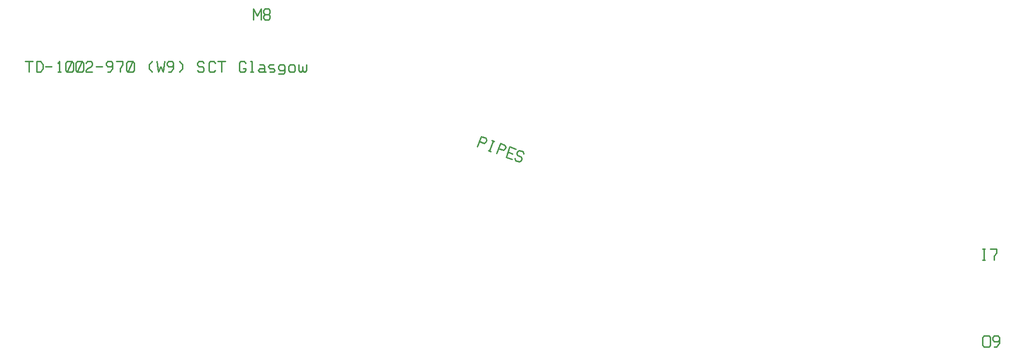
<source format=gbr>
*
G4_C Author: OrCAD GerbTool(tm) 8.1.1 Thu Jun 19 01:00:05 2003*
%LPD*%
%LNsilkscreen*%
%FSLAX34Y34*%
%MOIN*%
%AD*%
%AMD25R98*
20,1,0.025000,0.000000,-0.035000,0.000000,0.035000,98.600000*
%
%AMD10R98*
20,1,0.050000,-0.025000,0.000000,0.025000,0.000000,98.600000*
%
%AMD25R98N2*
20,1,0.025000,0.000000,-0.035000,0.000000,0.035000,98.600000*
%
%AMD10R98N2*
20,1,0.050000,-0.025000,0.000000,0.025000,0.000000,98.600000*
%
%AMD25R86*
20,1,0.025000,0.000000,-0.035000,0.000000,0.035000,86.080000*
%
%AMD10R86*
20,1,0.050000,-0.025000,0.000000,0.025000,0.000000,86.080000*
%
%AMD16R5*
20,1,0.025000,-0.035000,0.000000,0.035000,0.000000,5.450000*
%
%AMD10R5*
20,1,0.050000,-0.025000,0.000000,0.025000,0.000000,5.450000*
%
%AMD16R5N2*
20,1,0.025000,-0.035000,0.000000,0.035000,0.000000,5.450000*
%
%AMD10R5N2*
20,1,0.050000,-0.025000,0.000000,0.025000,0.000000,5.450000*
%
%AMD32R3*
20,1,0.025000,0.034920,-0.002390,-0.034920,0.002390,3.950000*
%
%AMD33R3*
20,1,0.050000,-0.001710,-0.024940,0.001710,0.024940,3.950000*
%
%AMD32R3N2*
20,1,0.025000,0.034920,-0.002390,-0.034920,0.002390,3.910000*
%
%AMD33R3N2*
20,1,0.050000,-0.001710,-0.024940,0.001710,0.024940,3.910000*
%
%AMD32R3N3*
20,1,0.025000,0.034920,-0.002390,-0.034920,0.002390,3.920000*
%
%AMD33R3N3*
20,1,0.050000,-0.001710,-0.024940,0.001710,0.024940,3.920000*
%
%AMD29R85*
20,1,0.022000,0.000000,-0.040000,0.000000,0.040000,85.000000*
%
%AMD54R85*
20,1,0.050000,-0.025000,0.000000,0.025000,0.000000,85.000000*
%
%AMD29R92*
20,1,0.022000,0.000000,-0.040000,0.000000,0.040000,92.400000*
%
%AMD54R92*
20,1,0.050000,-0.025000,0.000000,0.025000,0.000000,92.400000*
%
%AMD29R91*
20,1,0.022000,0.000000,-0.040000,0.000000,0.040000,91.300000*
%
%AMD54R91*
20,1,0.050000,-0.025000,0.000000,0.025000,0.000000,91.300000*
%
%ADD10R,0.050000X0.050000*%
%ADD11C,0.006000*%
%ADD12C,0.019000*%
%ADD13C,0.007900*%
%ADD14C,0.005000*%
%ADD15C,0.000800*%
%ADD16R,0.070000X0.025000*%
%ADD17R,0.068000X0.023000*%
%ADD18C,0.006000*%
%ADD19C,0.009800*%
%ADD20C,0.010000*%
%ADD21C,0.030000*%
%ADD22C,0.060000*%
%ADD23C,0.035000*%
%ADD24C,0.055000*%
%ADD25R,0.025000X0.070000*%
%ADD26C,0.010000*%
%ADD27R,0.029000X0.058000*%
%ADD28R,0.031000X0.060000*%
%ADD29R,0.022000X0.080000*%
%ADD30R,0.024000X0.082000*%
%ADD31D10R98N2*%
%ADD32D25R86*%
%ADD33D10R86*%
%ADD34D16R5*%
%ADD35D10R5*%
%ADD36D16R5N2*%
%ADD37D10R5N2*%
%ADD38D25R98N2*%
%ADD39D10R98N2*%
%ADD40D25R86*%
%ADD41D10R86*%
%ADD42D16R5*%
%ADD43D10R5*%
%ADD44D16R5N2*%
%ADD45D10R5N2*%
%ADD46D32R3*%
%ADD47D33R3*%
%ADD48R,0.070000X0.025000*%
%ADD49D33R3N2*%
%ADD50C,0.011000*%
%ADD51C,0.036000*%
%ADD52C,0.015000*%
%ADD53R,0.070000X0.025000*%
%ADD54R,0.050000X0.050000*%
%ADD55C,0.010000*%
%ADD56C,0.010000*%
%ADD57D29R85*%
%ADD58D54R85*%
%ADD59D29R92*%
%ADD60D54R92*%
%ADD61D29R91*%
%ADD62D54R91*%
%ADD256R,0.058000X0.029000*%
G4_C OrCAD GerbTool Tool List *
G4_D50 1 0.0110 T 0 0*
G4_D51 3 0.0360 T 0 0*
G4_D52 2 0.0150 T 0 0*
G54D20*
G1X16111Y34923D2*
G1X16111Y34173D1*
G1X15848Y34923D2*
G1X16373Y34923D1*
G1X16898Y34923D2*
G1X17073Y34673D1*
G1X17073Y34423D1*
G1X16898Y34173D1*
G1X16636Y34923D2*
G1X16636Y34173D1*
G1X16636Y34923D2*
G1X16898Y34923D1*
G1X16898Y34173D2*
G1X16636Y34173D1*
G1X17248Y34548D2*
G1X17686Y34548D1*
G1X18211Y34923D2*
G1X18211Y34173D1*
G1X18123Y34173D2*
G1X18298Y34173D1*
G1X18211Y34923D2*
G1X18123Y34798D1*
G1X18736Y34923D2*
G1X19086Y34923D1*
G1X19173Y34798D1*
G1X19173Y34298D1*
G1X19086Y34173D1*
G1X18736Y34173D1*
G1X18648Y34298D1*
G1X18648Y34798D1*
G1X18736Y34923D1*
G1X19086Y34923D2*
G1X18736Y34173D1*
G1X19436Y34923D2*
G1X19786Y34923D1*
G1X19873Y34798D1*
G1X19873Y34298D1*
G1X19786Y34173D1*
G1X19436Y34173D1*
G1X19348Y34298D1*
G1X19348Y34798D1*
G1X19436Y34923D1*
G1X19786Y34923D2*
G1X19436Y34173D1*
G1X20048Y34798D2*
G1X20136Y34923D1*
G1X20398Y34923D1*
G1X20486Y34798D1*
G1X20486Y34673D1*
G1X20398Y34548D1*
G1X20136Y34423D1*
G1X20048Y34298D1*
G1X20048Y34173D1*
G1X20486Y34173D1*
G1X20748Y34548D2*
G1X21186Y34548D1*
G1X21798Y34548D2*
G1X21536Y34548D1*
G1X21448Y34673D1*
G1X21448Y34798D1*
G1X21536Y34923D1*
G1X21798Y34923D1*
G1X21886Y34798D1*
G1X21886Y34423D1*
G1X21711Y34173D1*
G1X21536Y34173D1*
G1X21798Y34548D2*
G1X21886Y34673D1*
G1X22148Y34923D2*
G1X22586Y34923D1*
G1X22586Y34673D1*
G1X22411Y34423D1*
G1X22411Y34173D1*
G1X22936Y34923D2*
G1X23286Y34923D1*
G1X23373Y34798D1*
G1X23373Y34298D1*
G1X23286Y34173D1*
G1X22936Y34173D1*
G1X22848Y34298D1*
G1X22848Y34798D1*
G1X22936Y34923D1*
G1X23286Y34923D2*
G1X22936Y34173D1*
G1X24598Y34923D2*
G1X24423Y34673D1*
G1X24423Y34423D1*
G1X24598Y34173D1*
G1X24948Y34923D2*
G1X25036Y34173D1*
G1X25211Y34548D1*
G1X25386Y34173D1*
G1X25473Y34923D1*
G1X25998Y34548D2*
G1X25736Y34548D1*
G1X25648Y34673D1*
G1X25648Y34798D1*
G1X25736Y34923D1*
G1X25998Y34923D1*
G1X26086Y34798D1*
G1X26086Y34423D1*
G1X25911Y34173D1*
G1X25736Y34173D1*
G1X25998Y34548D2*
G1X26086Y34673D1*
G1X26523Y34923D2*
G1X26698Y34673D1*
G1X26698Y34423D1*
G1X26523Y34173D1*
G1X28186Y34798D2*
G1X28098Y34923D1*
G1X27836Y34923D1*
G1X27748Y34798D1*
G1X27748Y34673D1*
G1X28186Y34423D2*
G1X28186Y34298D1*
G1X28098Y34173D1*
G1X27836Y34173D1*
G1X27748Y34298D1*
G1X27748Y34673D2*
G1X27836Y34548D1*
G1X28098Y34548D1*
G1X28186Y34423D1*
G1X28973Y34798D2*
G1X28886Y34923D1*
G1X28623Y34923D1*
G1X28623Y34173D2*
G1X28886Y34173D1*
G1X28973Y34298D1*
G1X28536Y34798D2*
G1X28536Y34298D1*
G1X28623Y34923D2*
G1X28536Y34798D1*
G1X28536Y34298D2*
G1X28623Y34173D1*
G1X29411Y34923D2*
G1X29411Y34173D1*
G1X29148Y34923D2*
G1X29673Y34923D1*
G1X31073Y34798D2*
G1X30986Y34923D1*
G1X30723Y34923D1*
G1X31073Y34423D2*
G1X30898Y34423D1*
G1X30723Y34923D2*
G1X30636Y34798D1*
G1X30636Y34298D1*
G1X30723Y34173D1*
G1X31073Y34423D2*
G1X31073Y34298D1*
G1X30986Y34173D1*
G1X30723Y34173D1*
G1X31511Y34923D2*
G1X31511Y34173D1*
G1X31511Y34923D2*
G1X31423Y34923D1*
G1X31423Y34173D2*
G1X31598Y34173D1*
G1X32036Y34673D2*
G1X32298Y34673D1*
G1X32386Y34548D1*
G1X32386Y34173D1*
G1X32473Y34173D1*
G1X32036Y34423D2*
G1X31948Y34298D1*
G1X32036Y34173D1*
G1X32036Y34423D2*
G1X32386Y34423D1*
G1X32386Y34298D2*
G1X32298Y34173D1*
G1X32036Y34173D1*
G1X32736Y34673D2*
G1X32648Y34548D1*
G1X32736Y34423D1*
G1X32998Y34423D1*
G1X33086Y34298D1*
G1X32998Y34173D1*
G1X32736Y34673D2*
G1X32998Y34673D1*
G1X32736Y34173D2*
G1X32998Y34173D1*
G1X33436Y34673D2*
G1X33348Y34548D1*
G1X33348Y34423D1*
G1X33436Y34298D1*
G1X33698Y34048D2*
G1X33348Y34048D1*
G1X33786Y34173D2*
G1X33698Y34048D1*
G1X33436Y34298D2*
G1X33698Y34298D1*
G1X33786Y34423D1*
G1X33436Y34673D2*
G1X33698Y34673D1*
G1X33786Y34548D1*
G1X33786Y34173D1*
G1X34136Y34673D2*
G1X34398Y34673D1*
G1X34486Y34548D1*
G1X34486Y34298D1*
G1X34398Y34173D1*
G1X34136Y34173D1*
G1X34048Y34298D1*
G1X34048Y34548D1*
G1X34136Y34673D1*
G1X34748Y34673D2*
G1X34748Y34298D1*
G1X34836Y34173D1*
G1X34923Y34173D1*
G1X35011Y34298D1*
G1X35011Y34548D1*
G1X35011Y34298D2*
G1X35098Y34173D1*
G1X35186Y34173D1*
G1X35273Y34298D1*
G1X35273Y34673D1*
G1X82083Y15938D2*
G1X81995Y15813D1*
G1X81995Y15313D1*
G1X82083Y15188D1*
G1X82433Y15188D1*
G1X82520Y15313D1*
G1X82520Y15813D1*
G1X82433Y15938D1*
G1X82083Y15938D1*
G1X83045Y15563D2*
G1X82783Y15563D1*
G1X82695Y15688D1*
G1X82695Y15813D1*
G1X82783Y15938D1*
G1X83045Y15938D1*
G1X83133Y15813D1*
G1X83133Y15438D1*
G1X82958Y15188D1*
G1X82783Y15188D1*
G1X83045Y15563D2*
G1X83133Y15688D1*
G1X82074Y21948D2*
G1X82074Y21198D1*
G1X81987Y21948D2*
G1X82162Y21948D1*
G1X82162Y21198D2*
G1X81987Y21198D1*
G1X82512Y21948D2*
G1X82949Y21948D1*
G1X82949Y21698D1*
G1X82774Y21448D1*
G1X82774Y21198D1*
G1X32140Y37788D2*
G1X32140Y38538D1*
G1X31615Y38538D2*
G1X31615Y37788D1*
G1X31615Y38538D2*
G1X31878Y38038D1*
G1X32140Y38538D1*
G1X32403Y38538D2*
G1X32665Y38538D1*
G1X32753Y38413D1*
G1X32753Y38288D1*
G1X32665Y38163D1*
G1X32753Y38038D1*
G1X32753Y37913D1*
G1X32665Y37788D1*
G1X32403Y37788D1*
G1X32315Y37913D1*
G1X32315Y38038D1*
G1X32403Y38163D1*
G1X32315Y38288D1*
G1X32315Y38413D1*
G1X32403Y38538D1*
G1X32403Y38163D2*
G1X32665Y38163D1*
G1X47681Y29603D2*
G1X47720Y29455D1*
G1X47677Y29338D1*
G1X47552Y29250D1*
G1X47352Y29722D2*
G1X47095Y29017D1*
G1X47681Y29603D2*
G1X47352Y29722D1*
G1X47552Y29250D2*
G1X47224Y29370D1*
G1X48174Y29423D2*
G1X47918Y28718D1*
G1X48092Y29453D2*
G1X48256Y29393D1*
G1X48000Y28688D2*
G1X47835Y28748D1*
G1X48996Y29124D2*
G1X49036Y28976D1*
G1X48993Y28859D1*
G1X48868Y28771D1*
G1X48667Y29243D2*
G1X48411Y28539D1*
G1X48996Y29124D2*
G1X48667Y29243D1*
G1X48868Y28771D2*
G1X48539Y28891D1*
G1X49325Y29004D2*
G1X49069Y28299D1*
G1X49325Y29004D2*
G1X49736Y28854D1*
G1X49069Y28299D2*
G1X49480Y28150D1*
G1X49197Y28652D2*
G1X49526Y28532D1*
G1X50269Y28527D2*
G1X50230Y28675D1*
G1X49983Y28765D1*
G1X49858Y28677D1*
G1X49815Y28560D1*
G1X50141Y28175D2*
G1X50098Y28058D1*
G1X49973Y27970D1*
G1X49726Y28060D1*
G1X49687Y28207D1*
G1X49815Y28560D2*
G1X49855Y28412D1*
G1X50101Y28322D1*
G1X50141Y28175D1*
M2*

</source>
